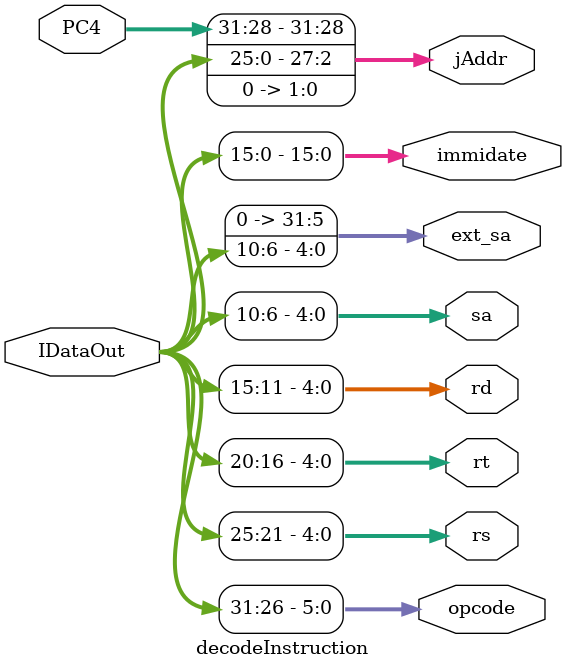
<source format=v>
`timescale 1ns / 1ps


module decodeInstruction(
    input[31:0] IDataOut,
    input[31:0] PC4,
    output reg[5:0] opcode,
    output reg[4:0] rs,
    output reg[4:0] rt,
    output reg[4:0] rd,
    output reg[4:0] sa,
    output reg[31:0] ext_sa,
    output reg[15:0] immidate,
    output reg[31:0] jAddr
    );
    always@(IDataOut)
    begin
        opcode <= IDataOut[31:26];
        rs <= IDataOut[25:21];
        rt <= IDataOut[20:16];
        rd <= IDataOut[15:11];
        sa <= IDataOut[10:6];
        ext_sa <= {27'b000000000000000000000000000,IDataOut[10:6]};
        immidate <= IDataOut[15:0];
        jAddr[31:0] = PC4[31:0];
        jAddr[27:2] = IDataOut[25:0];
        jAddr[1:0] = 2'b00;
        //jAddr <= {PC4[31:28],IDataOut[25:0],2{0}};
    end
endmodule

</source>
